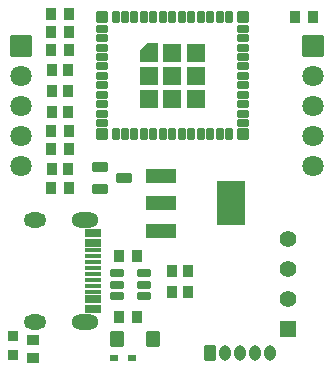
<source format=gts>
G04 Layer: TopSolderMaskLayer*
G04 EasyEDA Pro v2.2.32.3, 2024-10-30 17:41:05*
G04 Gerber Generator version 0.3*
G04 Scale: 100 percent, Rotated: No, Reflected: No*
G04 Dimensions in millimeters*
G04 Leading zeros omitted, absolute positions, 3 integers and 5 decimals*
%FSLAX35Y35*%
%MOMM*%
%AMRoundRect*1,1,$1,$2,$3*1,1,$1,$4,$5*1,1,$1,0-$2,0-$3*1,1,$1,0-$4,0-$5*20,1,$1,$2,$3,$4,$5,0*20,1,$1,$4,$5,0-$2,0-$3,0*20,1,$1,0-$2,0-$3,0-$4,0-$5,0*20,1,$1,0-$4,0-$5,$2,$3,0*4,1,4,$2,$3,$4,$5,0-$2,0-$3,0-$4,0-$5,$2,$3,0*%
%ADD10RoundRect,0.09131X0.40514X-0.45514X-0.40514X-0.45514*%
%ADD11RoundRect,0.09131X-0.40514X0.45514X0.40514X0.45514*%
%ADD12RoundRect,0.09131X-0.40514X0.40514X0.40514X0.40514*%
%ADD13RoundRect,0.09138X0.40835X-0.43712X-0.40835X-0.43712*%
%ADD14RoundRect,0.09138X-0.43712X-0.40835X-0.43712X0.40835*%
%ADD15RoundRect,0.09138X-0.40835X0.43712X0.40835X0.43712*%
%ADD16RoundRect,0.08669X-0.28168X-0.43167X-0.28168X0.43167*%
%ADD17RoundRect,0.08669X0.43167X-0.28168X-0.43167X-0.28168*%
%ADD18RoundRect,0.09396X-0.72804X0.72804X0.72804X0.72804*%
%ADD19RoundRect,0.09093X-0.45455X0.45455X0.45455X0.45455*%
%ADD20RoundRect,0.08669X-0.43167X0.28168X0.43167X0.28168*%
%ADD21RoundRect,0.09368X1.25396X-0.55396X-1.25396X-0.55396*%
%ADD22RoundRect,0.09754X1.17203X-1.80203X-1.17203X-1.80203*%
%ADD23RoundRect,0.09258X-0.45471X0.60471X0.45471X0.60471*%
%ADD24O,1.002X1.302*%
%ADD25RoundRect,0.08756X-0.54302X-0.27302X-0.54302X0.27302*%
%ADD26RoundRect,0.09302X0.50429X-0.60429X-0.50429X-0.60429*%
%ADD27RoundRect,0.08449X-0.30856X0.20856X0.30856X0.20856*%
%ADD28RoundRect,0.08449X0.30856X-0.20856X-0.30856X-0.20856*%
%ADD29RoundRect,0.08109X0.66026X0.16026X0.66026X-0.16026*%
%ADD30RoundRect,0.08875X0.65642X0.30643X0.65642X-0.30643*%
%ADD31O,1.9016X1.3016*%
%ADD32O,2.3016X1.3016*%
%ADD33RoundRect,0.09618X0.85271X0.85271X0.85271X-0.85271*%
%ADD34C,1.8016*%
%ADD35RoundRect,0.09471X0.65114X0.65114X0.65114X-0.65114*%
%ADD36C,1.397*%
%ADD37RoundRect,0.09017X0.63072X-0.35571X-0.63072X-0.35571*%
G75*


G04 Pad Start*
G54D10*
G01X425298Y-1231900D03*
G01X565302Y-1231900D03*
G01X425298Y-1054100D03*
G01X565302Y-1054100D03*
G54D11*
G01X565302Y-1409700D03*
G01X425298Y-1409700D03*
G54D10*
G01X1442725Y-2758336D03*
G01X1582730Y-2758336D03*
G01X1442725Y-2936136D03*
G01X1582730Y-2936136D03*
G54D12*
G01X101262Y-3310953D03*
G01X101948Y-3470846D03*
G54D13*
G01X419964Y-889000D03*
G01X570636Y-889000D03*
G54D14*
G01X266700Y-3340964D03*
G01X266700Y-3491636D03*
G54D15*
G01X570636Y-584200D03*
G01X419964Y-584200D03*
G01X570636Y-736600D03*
G01X419964Y-736600D03*
G54D16*
G01X1127824Y-609900D03*
G01X1207834Y-609900D03*
G01X1287818Y-609900D03*
G01X1367828Y-609900D03*
G01X1447838Y-609900D03*
G01X1527823Y-609900D03*
G01X1607833Y-609900D03*
G01X1687817Y-609900D03*
G01X1767827Y-609900D03*
G01X1847812Y-609900D03*
G01X1927822Y-609900D03*
G54D17*
G01X2042808Y-1104895D03*
G01X2042808Y-1184905D03*
G01X2042808Y-1264890D03*
G01X2042808Y-1344900D03*
G01X2042808Y-1424910D03*
G01X2042808Y-1504894D03*
G54D16*
G01X967804Y-1599890D03*
G01X1047814Y-1599890D03*
G01X1127798Y-1599890D03*
G01X1207808Y-1599890D03*
G54D18*
G01X1447813Y-1104895D03*
G54D19*
G01X852818Y-609900D03*
G01X852818Y-1599890D03*
G01X2042808Y-1599890D03*
G01X2042808Y-609900D03*
G54D20*
G01X852818Y-704896D03*
G01X852818Y-784906D03*
G01X852818Y-864890D03*
G01X852818Y-944900D03*
G01X852818Y-1024885D03*
G01X852818Y-1104895D03*
G01X852818Y-1184880D03*
G01X852818Y-1264890D03*
G01X852818Y-1344900D03*
G01X852818Y-1424884D03*
G01X852818Y-1504894D03*
G54D16*
G01X1287818Y-1599890D03*
G01X1367828Y-1599890D03*
G01X1447813Y-1599890D03*
G01X1527823Y-1599890D03*
G01X1607807Y-1599890D03*
G01X1687817Y-1599890D03*
G01X1767802Y-1599890D03*
G01X1847812Y-1599890D03*
G01X1927822Y-1599890D03*
G54D20*
G01X2042808Y-1024910D03*
G01X2042808Y-944900D03*
G01X2042808Y-864916D03*
G01X2042808Y-784880D03*
G01X2042808Y-704896D03*
G54D16*
G01X1047814Y-609900D03*
G01X967804Y-609900D03*
G54D18*
G01X1645298Y-1104895D03*
G01X1645298Y-907410D03*
G01X1447813Y-907410D03*
G01X1250302Y-1104895D03*
G01X1250302Y-1302405D03*
G01X1447813Y-1302405D03*
G01X1645298Y-1302405D03*
G36*
G01X1177801Y-984900D02*
G02X1172799Y-979899I0J5001D01*
G01X1172799Y-894900D01*
G02X1174264Y-891364I5001J0D01*
G01X1234264Y-831364D01*
G02X1237800Y-829899I3536J-3536D01*
G01X1322799Y-829899D01*
G02X1327800Y-834901I0J-5001D01*
G01X1327800Y-979899D01*
G02X1322799Y-984900I-5001J0D01*
G01X1177801Y-984900D01*
G37*
G54D21*
G01X1354005Y-1954403D03*
G01X1354005Y-2184400D03*
G01X1354005Y-2414397D03*
G54D22*
G01X1947997Y-2184400D03*
G54D23*
G01X1765292Y-3454392D03*
G54D24*
G01X1892292Y-3454392D03*
G01X2019292Y-3454392D03*
G01X2146292Y-3454392D03*
G01X2273292Y-3454392D03*
G54D25*
G01X1209044Y-2966671D03*
G01X1209044Y-2871675D03*
G01X1209044Y-2776679D03*
G01X979225Y-2776679D03*
G01X979225Y-2871675D03*
G01X979225Y-2966671D03*
G54D26*
G01X975624Y-3329046D03*
G01X1285606Y-3329046D03*
G54D27*
G01X955624Y-3496478D03*
G54D28*
G01X1105611Y-3496478D03*
G54D15*
G01X1147089Y-3145773D03*
G01X996417Y-3145773D03*
G01X1147089Y-2632878D03*
G01X996417Y-2632878D03*
G54D29*
G01X779526Y-2930906D03*
G01X779526Y-2880893D03*
G01X779526Y-2830906D03*
G01X779526Y-2780894D03*
G01X779526Y-2730906D03*
G01X779526Y-2680894D03*
G01X779526Y-2630907D03*
G01X779526Y-2580894D03*
G54D30*
G01X779526Y-2995905D03*
G01X779526Y-3075889D03*
G01X779526Y-2515895D03*
G01X779526Y-2435911D03*
G54D31*
G01X287274Y-3187903D03*
G01X287274Y-2323897D03*
G54D32*
G01X705282Y-3187903D03*
G01X705282Y-2323897D03*
G54D33*
G01X165100Y-850900D03*
G54D34*
G01X165100Y-1104900D03*
G01X165100Y-1358900D03*
G01X165100Y-1612900D03*
G01X165100Y-1866900D03*
G54D33*
G01X2641600Y-850900D03*
G54D34*
G01X2641600Y-1104900D03*
G01X2641600Y-1358900D03*
G01X2641600Y-1612900D03*
G01X2641600Y-1866900D03*
G54D35*
G01X2425700Y-3251200D03*
G54D36*
G01X2425700Y-2997200D03*
G01X2425700Y-2743200D03*
G01X2425700Y-2489200D03*
G54D15*
G01X2640736Y-609600D03*
G01X2490064Y-609600D03*
G54D11*
G01X565302Y-1892300D03*
G01X425298Y-1892300D03*
G54D37*
G01X839800Y-1873504D03*
G01X839800Y-2063496D03*
G01X1039800Y-1968500D03*
G54D15*
G01X570636Y-1574800D03*
G01X419964Y-1574800D03*
G54D13*
G01X419964Y-1727200D03*
G01X570636Y-1727200D03*
G54D15*
G01X570636Y-2057400D03*
G01X419964Y-2057400D03*
G04 Pad End*

M02*


</source>
